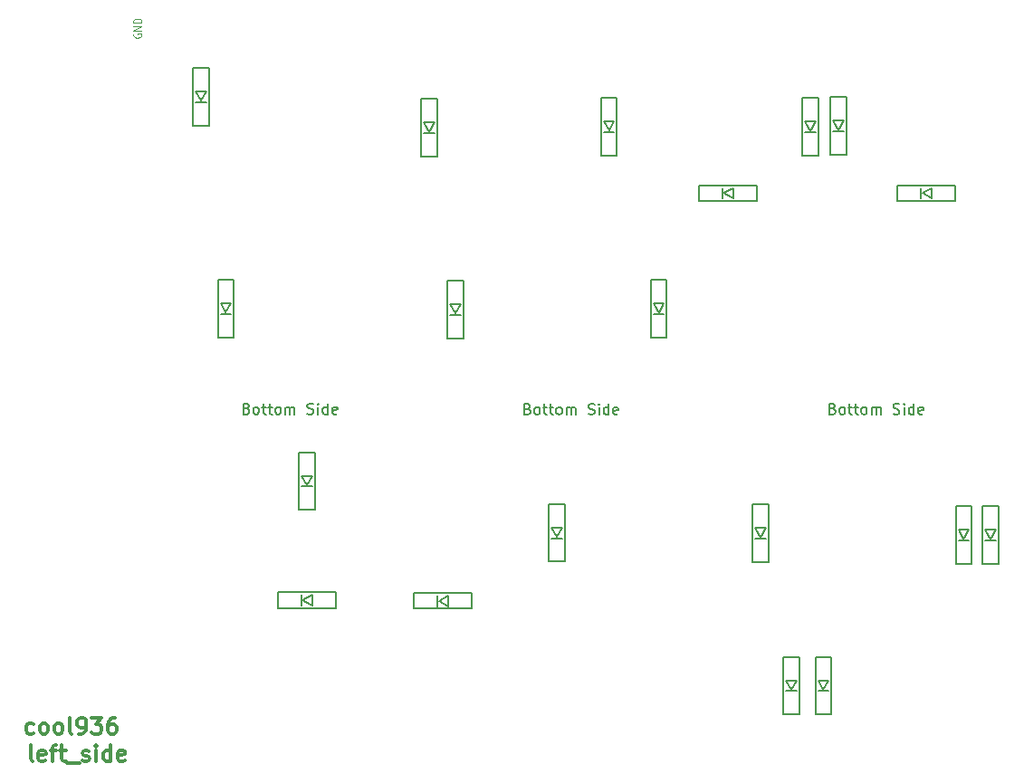
<source format=gbr>
G04 #@! TF.GenerationSoftware,KiCad,Pcbnew,(5.1.6-0-10_14)*
G04 #@! TF.CreationDate,2022-02-21T07:55:31+09:00*
G04 #@! TF.ProjectId,cool936,636f6f6c-3933-4362-9e6b-696361645f70,rev?*
G04 #@! TF.SameCoordinates,Original*
G04 #@! TF.FileFunction,Legend,Top*
G04 #@! TF.FilePolarity,Positive*
%FSLAX46Y46*%
G04 Gerber Fmt 4.6, Leading zero omitted, Abs format (unit mm)*
G04 Created by KiCad (PCBNEW (5.1.6-0-10_14)) date 2022-02-21 07:55:31*
%MOMM*%
%LPD*%
G01*
G04 APERTURE LIST*
%ADD10C,0.300000*%
%ADD11C,0.150000*%
%ADD12C,0.125000*%
G04 APERTURE END LIST*
D10*
X21242857Y-61122142D02*
X21100000Y-61193571D01*
X20814285Y-61193571D01*
X20671428Y-61122142D01*
X20600000Y-61050714D01*
X20528571Y-60907857D01*
X20528571Y-60479285D01*
X20600000Y-60336428D01*
X20671428Y-60265000D01*
X20814285Y-60193571D01*
X21100000Y-60193571D01*
X21242857Y-60265000D01*
X22100000Y-61193571D02*
X21957142Y-61122142D01*
X21885714Y-61050714D01*
X21814285Y-60907857D01*
X21814285Y-60479285D01*
X21885714Y-60336428D01*
X21957142Y-60265000D01*
X22100000Y-60193571D01*
X22314285Y-60193571D01*
X22457142Y-60265000D01*
X22528571Y-60336428D01*
X22600000Y-60479285D01*
X22600000Y-60907857D01*
X22528571Y-61050714D01*
X22457142Y-61122142D01*
X22314285Y-61193571D01*
X22100000Y-61193571D01*
X23457142Y-61193571D02*
X23314285Y-61122142D01*
X23242857Y-61050714D01*
X23171428Y-60907857D01*
X23171428Y-60479285D01*
X23242857Y-60336428D01*
X23314285Y-60265000D01*
X23457142Y-60193571D01*
X23671428Y-60193571D01*
X23814285Y-60265000D01*
X23885714Y-60336428D01*
X23957142Y-60479285D01*
X23957142Y-60907857D01*
X23885714Y-61050714D01*
X23814285Y-61122142D01*
X23671428Y-61193571D01*
X23457142Y-61193571D01*
X24814285Y-61193571D02*
X24671428Y-61122142D01*
X24600000Y-60979285D01*
X24600000Y-59693571D01*
X25457142Y-61193571D02*
X25742857Y-61193571D01*
X25885714Y-61122142D01*
X25957142Y-61050714D01*
X26100000Y-60836428D01*
X26171428Y-60550714D01*
X26171428Y-59979285D01*
X26100000Y-59836428D01*
X26028571Y-59765000D01*
X25885714Y-59693571D01*
X25600000Y-59693571D01*
X25457142Y-59765000D01*
X25385714Y-59836428D01*
X25314285Y-59979285D01*
X25314285Y-60336428D01*
X25385714Y-60479285D01*
X25457142Y-60550714D01*
X25600000Y-60622142D01*
X25885714Y-60622142D01*
X26028571Y-60550714D01*
X26100000Y-60479285D01*
X26171428Y-60336428D01*
X26671428Y-59693571D02*
X27600000Y-59693571D01*
X27100000Y-60265000D01*
X27314285Y-60265000D01*
X27457142Y-60336428D01*
X27528571Y-60407857D01*
X27600000Y-60550714D01*
X27600000Y-60907857D01*
X27528571Y-61050714D01*
X27457142Y-61122142D01*
X27314285Y-61193571D01*
X26885714Y-61193571D01*
X26742857Y-61122142D01*
X26671428Y-61050714D01*
X28885714Y-59693571D02*
X28600000Y-59693571D01*
X28457142Y-59765000D01*
X28385714Y-59836428D01*
X28242857Y-60050714D01*
X28171428Y-60336428D01*
X28171428Y-60907857D01*
X28242857Y-61050714D01*
X28314285Y-61122142D01*
X28457142Y-61193571D01*
X28742857Y-61193571D01*
X28885714Y-61122142D01*
X28957142Y-61050714D01*
X29028571Y-60907857D01*
X29028571Y-60550714D01*
X28957142Y-60407857D01*
X28885714Y-60336428D01*
X28742857Y-60265000D01*
X28457142Y-60265000D01*
X28314285Y-60336428D01*
X28242857Y-60407857D01*
X28171428Y-60550714D01*
X21171428Y-63743571D02*
X21028571Y-63672142D01*
X20957142Y-63529285D01*
X20957142Y-62243571D01*
X22314285Y-63672142D02*
X22171428Y-63743571D01*
X21885714Y-63743571D01*
X21742857Y-63672142D01*
X21671428Y-63529285D01*
X21671428Y-62957857D01*
X21742857Y-62815000D01*
X21885714Y-62743571D01*
X22171428Y-62743571D01*
X22314285Y-62815000D01*
X22385714Y-62957857D01*
X22385714Y-63100714D01*
X21671428Y-63243571D01*
X22814285Y-62743571D02*
X23385714Y-62743571D01*
X23028571Y-63743571D02*
X23028571Y-62457857D01*
X23100000Y-62315000D01*
X23242857Y-62243571D01*
X23385714Y-62243571D01*
X23671428Y-62743571D02*
X24242857Y-62743571D01*
X23885714Y-62243571D02*
X23885714Y-63529285D01*
X23957142Y-63672142D01*
X24100000Y-63743571D01*
X24242857Y-63743571D01*
X24385714Y-63886428D02*
X25528571Y-63886428D01*
X25814285Y-63672142D02*
X25957142Y-63743571D01*
X26242857Y-63743571D01*
X26385714Y-63672142D01*
X26457142Y-63529285D01*
X26457142Y-63457857D01*
X26385714Y-63315000D01*
X26242857Y-63243571D01*
X26028571Y-63243571D01*
X25885714Y-63172142D01*
X25814285Y-63029285D01*
X25814285Y-62957857D01*
X25885714Y-62815000D01*
X26028571Y-62743571D01*
X26242857Y-62743571D01*
X26385714Y-62815000D01*
X27100000Y-63743571D02*
X27100000Y-62743571D01*
X27100000Y-62243571D02*
X27028571Y-62315000D01*
X27100000Y-62386428D01*
X27171428Y-62315000D01*
X27100000Y-62243571D01*
X27100000Y-62386428D01*
X28457142Y-63743571D02*
X28457142Y-62243571D01*
X28457142Y-63672142D02*
X28314285Y-63743571D01*
X28028571Y-63743571D01*
X27885714Y-63672142D01*
X27814285Y-63600714D01*
X27742857Y-63457857D01*
X27742857Y-63029285D01*
X27814285Y-62886428D01*
X27885714Y-62815000D01*
X28028571Y-62743571D01*
X28314285Y-62743571D01*
X28457142Y-62815000D01*
X29742857Y-63672142D02*
X29600000Y-63743571D01*
X29314285Y-63743571D01*
X29171428Y-63672142D01*
X29100000Y-63529285D01*
X29100000Y-62957857D01*
X29171428Y-62815000D01*
X29314285Y-62743571D01*
X29600000Y-62743571D01*
X29742857Y-62815000D01*
X29814285Y-62957857D01*
X29814285Y-63100714D01*
X29100000Y-63243571D01*
D11*
X36880000Y-1980000D02*
X36380000Y-1080000D01*
X36380000Y-1080000D02*
X37380000Y-1080000D01*
X37380000Y-1080000D02*
X36880000Y-1980000D01*
X36380000Y-2080000D02*
X37380000Y-2080000D01*
X36130000Y1120000D02*
X36130000Y-4280000D01*
X36130000Y-4280000D02*
X37630000Y-4280000D01*
X37630000Y-4280000D02*
X37630000Y1120000D01*
X37630000Y1120000D02*
X36130000Y1120000D01*
X58200000Y-4910000D02*
X57700000Y-4010000D01*
X57700000Y-4010000D02*
X58700000Y-4010000D01*
X58700000Y-4010000D02*
X58200000Y-4910000D01*
X57700000Y-5010000D02*
X58700000Y-5010000D01*
X57450000Y-1810000D02*
X57450000Y-7210000D01*
X57450000Y-7210000D02*
X58950000Y-7210000D01*
X58950000Y-7210000D02*
X58950000Y-1810000D01*
X58950000Y-1810000D02*
X57450000Y-1810000D01*
X75040000Y-4770000D02*
X74540000Y-3870000D01*
X74540000Y-3870000D02*
X75540000Y-3870000D01*
X75540000Y-3870000D02*
X75040000Y-4770000D01*
X74540000Y-4870000D02*
X75540000Y-4870000D01*
X74290000Y-1670000D02*
X74290000Y-7070000D01*
X74290000Y-7070000D02*
X75790000Y-7070000D01*
X75790000Y-7070000D02*
X75790000Y-1670000D01*
X75790000Y-1670000D02*
X74290000Y-1670000D01*
X93900000Y-4800000D02*
X93400000Y-3900000D01*
X93400000Y-3900000D02*
X94400000Y-3900000D01*
X94400000Y-3900000D02*
X93900000Y-4800000D01*
X93400000Y-4900000D02*
X94400000Y-4900000D01*
X93150000Y-1700000D02*
X93150000Y-7100000D01*
X93150000Y-7100000D02*
X94650000Y-7100000D01*
X94650000Y-7100000D02*
X94650000Y-1700000D01*
X94650000Y-1700000D02*
X93150000Y-1700000D01*
X96480000Y-4710000D02*
X95980000Y-3810000D01*
X95980000Y-3810000D02*
X96980000Y-3810000D01*
X96980000Y-3810000D02*
X96480000Y-4710000D01*
X95980000Y-4810000D02*
X96980000Y-4810000D01*
X95730000Y-1610000D02*
X95730000Y-7010000D01*
X95730000Y-7010000D02*
X97230000Y-7010000D01*
X97230000Y-7010000D02*
X97230000Y-1610000D01*
X97230000Y-1610000D02*
X95730000Y-1610000D01*
X60690000Y-21870000D02*
X60190000Y-20970000D01*
X60190000Y-20970000D02*
X61190000Y-20970000D01*
X61190000Y-20970000D02*
X60690000Y-21870000D01*
X60190000Y-21970000D02*
X61190000Y-21970000D01*
X59940000Y-18770000D02*
X59940000Y-24170000D01*
X59940000Y-24170000D02*
X61440000Y-24170000D01*
X61440000Y-24170000D02*
X61440000Y-18770000D01*
X61440000Y-18770000D02*
X59940000Y-18770000D01*
X79700000Y-21820000D02*
X79200000Y-20920000D01*
X79200000Y-20920000D02*
X80200000Y-20920000D01*
X80200000Y-20920000D02*
X79700000Y-21820000D01*
X79200000Y-21920000D02*
X80200000Y-21920000D01*
X78950000Y-18720000D02*
X78950000Y-24120000D01*
X78950000Y-24120000D02*
X80450000Y-24120000D01*
X80450000Y-24120000D02*
X80450000Y-18720000D01*
X80450000Y-18720000D02*
X78950000Y-18720000D01*
X85750000Y-10620000D02*
X86650000Y-10120000D01*
X86650000Y-10120000D02*
X86650000Y-11120000D01*
X86650000Y-11120000D02*
X85750000Y-10620000D01*
X85650000Y-10120000D02*
X85650000Y-11120000D01*
X88850000Y-9870000D02*
X83450000Y-9870000D01*
X83450000Y-9870000D02*
X83450000Y-11370000D01*
X83450000Y-11370000D02*
X88850000Y-11370000D01*
X88850000Y-11370000D02*
X88850000Y-9870000D01*
X107440000Y-11370000D02*
X107440000Y-9870000D01*
X102040000Y-11370000D02*
X107440000Y-11370000D01*
X102040000Y-9870000D02*
X102040000Y-11370000D01*
X107440000Y-9870000D02*
X102040000Y-9870000D01*
X104240000Y-10120000D02*
X104240000Y-11120000D01*
X105240000Y-11120000D02*
X104340000Y-10620000D01*
X105240000Y-10120000D02*
X105240000Y-11120000D01*
X104340000Y-10620000D02*
X105240000Y-10120000D01*
X70160000Y-42780000D02*
X69660000Y-41880000D01*
X69660000Y-41880000D02*
X70660000Y-41880000D01*
X70660000Y-41880000D02*
X70160000Y-42780000D01*
X69660000Y-42880000D02*
X70660000Y-42880000D01*
X69410000Y-39680000D02*
X69410000Y-45080000D01*
X69410000Y-45080000D02*
X70910000Y-45080000D01*
X70910000Y-45080000D02*
X70910000Y-39680000D01*
X70910000Y-39680000D02*
X69410000Y-39680000D01*
X89230000Y-42820000D02*
X88730000Y-41920000D01*
X88730000Y-41920000D02*
X89730000Y-41920000D01*
X89730000Y-41920000D02*
X89230000Y-42820000D01*
X88730000Y-42920000D02*
X89730000Y-42920000D01*
X88480000Y-39720000D02*
X88480000Y-45120000D01*
X88480000Y-45120000D02*
X89980000Y-45120000D01*
X89980000Y-45120000D02*
X89980000Y-39720000D01*
X89980000Y-39720000D02*
X88480000Y-39720000D01*
X108220000Y-42970000D02*
X107720000Y-42070000D01*
X107720000Y-42070000D02*
X108720000Y-42070000D01*
X108720000Y-42070000D02*
X108220000Y-42970000D01*
X107720000Y-43070000D02*
X108720000Y-43070000D01*
X107470000Y-39870000D02*
X107470000Y-45270000D01*
X107470000Y-45270000D02*
X108970000Y-45270000D01*
X108970000Y-45270000D02*
X108970000Y-39870000D01*
X108970000Y-39870000D02*
X107470000Y-39870000D01*
X111500000Y-39900000D02*
X110000000Y-39900000D01*
X111500000Y-45300000D02*
X111500000Y-39900000D01*
X110000000Y-45300000D02*
X111500000Y-45300000D01*
X110000000Y-39900000D02*
X110000000Y-45300000D01*
X110250000Y-43100000D02*
X111250000Y-43100000D01*
X111250000Y-42100000D02*
X110750000Y-43000000D01*
X110250000Y-42100000D02*
X111250000Y-42100000D01*
X110750000Y-43000000D02*
X110250000Y-42100000D01*
X46380000Y-48660000D02*
X47280000Y-48160000D01*
X47280000Y-48160000D02*
X47280000Y-49160000D01*
X47280000Y-49160000D02*
X46380000Y-48660000D01*
X46280000Y-48160000D02*
X46280000Y-49160000D01*
X49480000Y-47910000D02*
X44080000Y-47910000D01*
X44080000Y-47910000D02*
X44080000Y-49410000D01*
X44080000Y-49410000D02*
X49480000Y-49410000D01*
X49480000Y-49410000D02*
X49480000Y-47910000D01*
X59130000Y-48730000D02*
X60030000Y-48230000D01*
X60030000Y-48230000D02*
X60030000Y-49230000D01*
X60030000Y-49230000D02*
X59130000Y-48730000D01*
X59030000Y-48230000D02*
X59030000Y-49230000D01*
X62230000Y-47980000D02*
X56830000Y-47980000D01*
X56830000Y-47980000D02*
X56830000Y-49480000D01*
X56830000Y-49480000D02*
X62230000Y-49480000D01*
X62230000Y-49480000D02*
X62230000Y-47980000D01*
X92090000Y-57080000D02*
X91590000Y-56180000D01*
X91590000Y-56180000D02*
X92590000Y-56180000D01*
X92590000Y-56180000D02*
X92090000Y-57080000D01*
X91590000Y-57180000D02*
X92590000Y-57180000D01*
X91340000Y-53980000D02*
X91340000Y-59380000D01*
X91340000Y-59380000D02*
X92840000Y-59380000D01*
X92840000Y-59380000D02*
X92840000Y-53980000D01*
X92840000Y-53980000D02*
X91340000Y-53980000D01*
X39220000Y-21790000D02*
X38720000Y-20890000D01*
X38720000Y-20890000D02*
X39720000Y-20890000D01*
X39720000Y-20890000D02*
X39220000Y-21790000D01*
X38720000Y-21890000D02*
X39720000Y-21890000D01*
X38470000Y-18690000D02*
X38470000Y-24090000D01*
X38470000Y-24090000D02*
X39970000Y-24090000D01*
X39970000Y-24090000D02*
X39970000Y-18690000D01*
X39970000Y-18690000D02*
X38470000Y-18690000D01*
X46790000Y-37940000D02*
X46290000Y-37040000D01*
X46290000Y-37040000D02*
X47290000Y-37040000D01*
X47290000Y-37040000D02*
X46790000Y-37940000D01*
X46290000Y-38040000D02*
X47290000Y-38040000D01*
X46040000Y-34840000D02*
X46040000Y-40240000D01*
X46040000Y-40240000D02*
X47540000Y-40240000D01*
X47540000Y-40240000D02*
X47540000Y-34840000D01*
X47540000Y-34840000D02*
X46040000Y-34840000D01*
X95100000Y-57080000D02*
X94600000Y-56180000D01*
X94600000Y-56180000D02*
X95600000Y-56180000D01*
X95600000Y-56180000D02*
X95100000Y-57080000D01*
X94600000Y-57180000D02*
X95600000Y-57180000D01*
X94350000Y-53980000D02*
X94350000Y-59380000D01*
X94350000Y-59380000D02*
X95850000Y-59380000D01*
X95850000Y-59380000D02*
X95850000Y-53980000D01*
X95850000Y-53980000D02*
X94350000Y-53980000D01*
X95972380Y-30768571D02*
X96115238Y-30816190D01*
X96162857Y-30863809D01*
X96210476Y-30959047D01*
X96210476Y-31101904D01*
X96162857Y-31197142D01*
X96115238Y-31244761D01*
X96020000Y-31292380D01*
X95639047Y-31292380D01*
X95639047Y-30292380D01*
X95972380Y-30292380D01*
X96067619Y-30340000D01*
X96115238Y-30387619D01*
X96162857Y-30482857D01*
X96162857Y-30578095D01*
X96115238Y-30673333D01*
X96067619Y-30720952D01*
X95972380Y-30768571D01*
X95639047Y-30768571D01*
X96781904Y-31292380D02*
X96686666Y-31244761D01*
X96639047Y-31197142D01*
X96591428Y-31101904D01*
X96591428Y-30816190D01*
X96639047Y-30720952D01*
X96686666Y-30673333D01*
X96781904Y-30625714D01*
X96924761Y-30625714D01*
X97020000Y-30673333D01*
X97067619Y-30720952D01*
X97115238Y-30816190D01*
X97115238Y-31101904D01*
X97067619Y-31197142D01*
X97020000Y-31244761D01*
X96924761Y-31292380D01*
X96781904Y-31292380D01*
X97400952Y-30625714D02*
X97781904Y-30625714D01*
X97543809Y-30292380D02*
X97543809Y-31149523D01*
X97591428Y-31244761D01*
X97686666Y-31292380D01*
X97781904Y-31292380D01*
X97972380Y-30625714D02*
X98353333Y-30625714D01*
X98115238Y-30292380D02*
X98115238Y-31149523D01*
X98162857Y-31244761D01*
X98258095Y-31292380D01*
X98353333Y-31292380D01*
X98829523Y-31292380D02*
X98734285Y-31244761D01*
X98686666Y-31197142D01*
X98639047Y-31101904D01*
X98639047Y-30816190D01*
X98686666Y-30720952D01*
X98734285Y-30673333D01*
X98829523Y-30625714D01*
X98972380Y-30625714D01*
X99067619Y-30673333D01*
X99115238Y-30720952D01*
X99162857Y-30816190D01*
X99162857Y-31101904D01*
X99115238Y-31197142D01*
X99067619Y-31244761D01*
X98972380Y-31292380D01*
X98829523Y-31292380D01*
X99591428Y-31292380D02*
X99591428Y-30625714D01*
X99591428Y-30720952D02*
X99639047Y-30673333D01*
X99734285Y-30625714D01*
X99877142Y-30625714D01*
X99972380Y-30673333D01*
X100020000Y-30768571D01*
X100020000Y-31292380D01*
X100020000Y-30768571D02*
X100067619Y-30673333D01*
X100162857Y-30625714D01*
X100305714Y-30625714D01*
X100400952Y-30673333D01*
X100448571Y-30768571D01*
X100448571Y-31292380D01*
X101639047Y-31244761D02*
X101781904Y-31292380D01*
X102020000Y-31292380D01*
X102115238Y-31244761D01*
X102162857Y-31197142D01*
X102210476Y-31101904D01*
X102210476Y-31006666D01*
X102162857Y-30911428D01*
X102115238Y-30863809D01*
X102020000Y-30816190D01*
X101829523Y-30768571D01*
X101734285Y-30720952D01*
X101686666Y-30673333D01*
X101639047Y-30578095D01*
X101639047Y-30482857D01*
X101686666Y-30387619D01*
X101734285Y-30340000D01*
X101829523Y-30292380D01*
X102067619Y-30292380D01*
X102210476Y-30340000D01*
X102639047Y-31292380D02*
X102639047Y-30625714D01*
X102639047Y-30292380D02*
X102591428Y-30340000D01*
X102639047Y-30387619D01*
X102686666Y-30340000D01*
X102639047Y-30292380D01*
X102639047Y-30387619D01*
X103543809Y-31292380D02*
X103543809Y-30292380D01*
X103543809Y-31244761D02*
X103448571Y-31292380D01*
X103258095Y-31292380D01*
X103162857Y-31244761D01*
X103115238Y-31197142D01*
X103067619Y-31101904D01*
X103067619Y-30816190D01*
X103115238Y-30720952D01*
X103162857Y-30673333D01*
X103258095Y-30625714D01*
X103448571Y-30625714D01*
X103543809Y-30673333D01*
X104400952Y-31244761D02*
X104305714Y-31292380D01*
X104115238Y-31292380D01*
X104020000Y-31244761D01*
X103972380Y-31149523D01*
X103972380Y-30768571D01*
X104020000Y-30673333D01*
X104115238Y-30625714D01*
X104305714Y-30625714D01*
X104400952Y-30673333D01*
X104448571Y-30768571D01*
X104448571Y-30863809D01*
X103972380Y-30959047D01*
X67452380Y-30778571D02*
X67595238Y-30826190D01*
X67642857Y-30873809D01*
X67690476Y-30969047D01*
X67690476Y-31111904D01*
X67642857Y-31207142D01*
X67595238Y-31254761D01*
X67500000Y-31302380D01*
X67119047Y-31302380D01*
X67119047Y-30302380D01*
X67452380Y-30302380D01*
X67547619Y-30350000D01*
X67595238Y-30397619D01*
X67642857Y-30492857D01*
X67642857Y-30588095D01*
X67595238Y-30683333D01*
X67547619Y-30730952D01*
X67452380Y-30778571D01*
X67119047Y-30778571D01*
X68261904Y-31302380D02*
X68166666Y-31254761D01*
X68119047Y-31207142D01*
X68071428Y-31111904D01*
X68071428Y-30826190D01*
X68119047Y-30730952D01*
X68166666Y-30683333D01*
X68261904Y-30635714D01*
X68404761Y-30635714D01*
X68500000Y-30683333D01*
X68547619Y-30730952D01*
X68595238Y-30826190D01*
X68595238Y-31111904D01*
X68547619Y-31207142D01*
X68500000Y-31254761D01*
X68404761Y-31302380D01*
X68261904Y-31302380D01*
X68880952Y-30635714D02*
X69261904Y-30635714D01*
X69023809Y-30302380D02*
X69023809Y-31159523D01*
X69071428Y-31254761D01*
X69166666Y-31302380D01*
X69261904Y-31302380D01*
X69452380Y-30635714D02*
X69833333Y-30635714D01*
X69595238Y-30302380D02*
X69595238Y-31159523D01*
X69642857Y-31254761D01*
X69738095Y-31302380D01*
X69833333Y-31302380D01*
X70309523Y-31302380D02*
X70214285Y-31254761D01*
X70166666Y-31207142D01*
X70119047Y-31111904D01*
X70119047Y-30826190D01*
X70166666Y-30730952D01*
X70214285Y-30683333D01*
X70309523Y-30635714D01*
X70452380Y-30635714D01*
X70547619Y-30683333D01*
X70595238Y-30730952D01*
X70642857Y-30826190D01*
X70642857Y-31111904D01*
X70595238Y-31207142D01*
X70547619Y-31254761D01*
X70452380Y-31302380D01*
X70309523Y-31302380D01*
X71071428Y-31302380D02*
X71071428Y-30635714D01*
X71071428Y-30730952D02*
X71119047Y-30683333D01*
X71214285Y-30635714D01*
X71357142Y-30635714D01*
X71452380Y-30683333D01*
X71500000Y-30778571D01*
X71500000Y-31302380D01*
X71500000Y-30778571D02*
X71547619Y-30683333D01*
X71642857Y-30635714D01*
X71785714Y-30635714D01*
X71880952Y-30683333D01*
X71928571Y-30778571D01*
X71928571Y-31302380D01*
X73119047Y-31254761D02*
X73261904Y-31302380D01*
X73500000Y-31302380D01*
X73595238Y-31254761D01*
X73642857Y-31207142D01*
X73690476Y-31111904D01*
X73690476Y-31016666D01*
X73642857Y-30921428D01*
X73595238Y-30873809D01*
X73500000Y-30826190D01*
X73309523Y-30778571D01*
X73214285Y-30730952D01*
X73166666Y-30683333D01*
X73119047Y-30588095D01*
X73119047Y-30492857D01*
X73166666Y-30397619D01*
X73214285Y-30350000D01*
X73309523Y-30302380D01*
X73547619Y-30302380D01*
X73690476Y-30350000D01*
X74119047Y-31302380D02*
X74119047Y-30635714D01*
X74119047Y-30302380D02*
X74071428Y-30350000D01*
X74119047Y-30397619D01*
X74166666Y-30350000D01*
X74119047Y-30302380D01*
X74119047Y-30397619D01*
X75023809Y-31302380D02*
X75023809Y-30302380D01*
X75023809Y-31254761D02*
X74928571Y-31302380D01*
X74738095Y-31302380D01*
X74642857Y-31254761D01*
X74595238Y-31207142D01*
X74547619Y-31111904D01*
X74547619Y-30826190D01*
X74595238Y-30730952D01*
X74642857Y-30683333D01*
X74738095Y-30635714D01*
X74928571Y-30635714D01*
X75023809Y-30683333D01*
X75880952Y-31254761D02*
X75785714Y-31302380D01*
X75595238Y-31302380D01*
X75500000Y-31254761D01*
X75452380Y-31159523D01*
X75452380Y-30778571D01*
X75500000Y-30683333D01*
X75595238Y-30635714D01*
X75785714Y-30635714D01*
X75880952Y-30683333D01*
X75928571Y-30778571D01*
X75928571Y-30873809D01*
X75452380Y-30969047D01*
X41172380Y-30758571D02*
X41315238Y-30806190D01*
X41362857Y-30853809D01*
X41410476Y-30949047D01*
X41410476Y-31091904D01*
X41362857Y-31187142D01*
X41315238Y-31234761D01*
X41220000Y-31282380D01*
X40839047Y-31282380D01*
X40839047Y-30282380D01*
X41172380Y-30282380D01*
X41267619Y-30330000D01*
X41315238Y-30377619D01*
X41362857Y-30472857D01*
X41362857Y-30568095D01*
X41315238Y-30663333D01*
X41267619Y-30710952D01*
X41172380Y-30758571D01*
X40839047Y-30758571D01*
X41981904Y-31282380D02*
X41886666Y-31234761D01*
X41839047Y-31187142D01*
X41791428Y-31091904D01*
X41791428Y-30806190D01*
X41839047Y-30710952D01*
X41886666Y-30663333D01*
X41981904Y-30615714D01*
X42124761Y-30615714D01*
X42220000Y-30663333D01*
X42267619Y-30710952D01*
X42315238Y-30806190D01*
X42315238Y-31091904D01*
X42267619Y-31187142D01*
X42220000Y-31234761D01*
X42124761Y-31282380D01*
X41981904Y-31282380D01*
X42600952Y-30615714D02*
X42981904Y-30615714D01*
X42743809Y-30282380D02*
X42743809Y-31139523D01*
X42791428Y-31234761D01*
X42886666Y-31282380D01*
X42981904Y-31282380D01*
X43172380Y-30615714D02*
X43553333Y-30615714D01*
X43315238Y-30282380D02*
X43315238Y-31139523D01*
X43362857Y-31234761D01*
X43458095Y-31282380D01*
X43553333Y-31282380D01*
X44029523Y-31282380D02*
X43934285Y-31234761D01*
X43886666Y-31187142D01*
X43839047Y-31091904D01*
X43839047Y-30806190D01*
X43886666Y-30710952D01*
X43934285Y-30663333D01*
X44029523Y-30615714D01*
X44172380Y-30615714D01*
X44267619Y-30663333D01*
X44315238Y-30710952D01*
X44362857Y-30806190D01*
X44362857Y-31091904D01*
X44315238Y-31187142D01*
X44267619Y-31234761D01*
X44172380Y-31282380D01*
X44029523Y-31282380D01*
X44791428Y-31282380D02*
X44791428Y-30615714D01*
X44791428Y-30710952D02*
X44839047Y-30663333D01*
X44934285Y-30615714D01*
X45077142Y-30615714D01*
X45172380Y-30663333D01*
X45220000Y-30758571D01*
X45220000Y-31282380D01*
X45220000Y-30758571D02*
X45267619Y-30663333D01*
X45362857Y-30615714D01*
X45505714Y-30615714D01*
X45600952Y-30663333D01*
X45648571Y-30758571D01*
X45648571Y-31282380D01*
X46839047Y-31234761D02*
X46981904Y-31282380D01*
X47220000Y-31282380D01*
X47315238Y-31234761D01*
X47362857Y-31187142D01*
X47410476Y-31091904D01*
X47410476Y-30996666D01*
X47362857Y-30901428D01*
X47315238Y-30853809D01*
X47220000Y-30806190D01*
X47029523Y-30758571D01*
X46934285Y-30710952D01*
X46886666Y-30663333D01*
X46839047Y-30568095D01*
X46839047Y-30472857D01*
X46886666Y-30377619D01*
X46934285Y-30330000D01*
X47029523Y-30282380D01*
X47267619Y-30282380D01*
X47410476Y-30330000D01*
X47839047Y-31282380D02*
X47839047Y-30615714D01*
X47839047Y-30282380D02*
X47791428Y-30330000D01*
X47839047Y-30377619D01*
X47886666Y-30330000D01*
X47839047Y-30282380D01*
X47839047Y-30377619D01*
X48743809Y-31282380D02*
X48743809Y-30282380D01*
X48743809Y-31234761D02*
X48648571Y-31282380D01*
X48458095Y-31282380D01*
X48362857Y-31234761D01*
X48315238Y-31187142D01*
X48267619Y-31091904D01*
X48267619Y-30806190D01*
X48315238Y-30710952D01*
X48362857Y-30663333D01*
X48458095Y-30615714D01*
X48648571Y-30615714D01*
X48743809Y-30663333D01*
X49600952Y-31234761D02*
X49505714Y-31282380D01*
X49315238Y-31282380D01*
X49220000Y-31234761D01*
X49172380Y-31139523D01*
X49172380Y-30758571D01*
X49220000Y-30663333D01*
X49315238Y-30615714D01*
X49505714Y-30615714D01*
X49600952Y-30663333D01*
X49648571Y-30758571D01*
X49648571Y-30853809D01*
X49172380Y-30949047D01*
D12*
X30605000Y4294523D02*
X30569285Y4230714D01*
X30569285Y4135000D01*
X30605000Y4039285D01*
X30676428Y3975476D01*
X30747857Y3943571D01*
X30890714Y3911666D01*
X30997857Y3911666D01*
X31140714Y3943571D01*
X31212142Y3975476D01*
X31283571Y4039285D01*
X31319285Y4135000D01*
X31319285Y4198809D01*
X31283571Y4294523D01*
X31247857Y4326428D01*
X30997857Y4326428D01*
X30997857Y4198809D01*
X31319285Y4613571D02*
X30569285Y4613571D01*
X31319285Y4996428D01*
X30569285Y4996428D01*
X31319285Y5315476D02*
X30569285Y5315476D01*
X30569285Y5475000D01*
X30605000Y5570714D01*
X30676428Y5634523D01*
X30747857Y5666428D01*
X30890714Y5698333D01*
X30997857Y5698333D01*
X31140714Y5666428D01*
X31212142Y5634523D01*
X31283571Y5570714D01*
X31319285Y5475000D01*
X31319285Y5315476D01*
M02*

</source>
